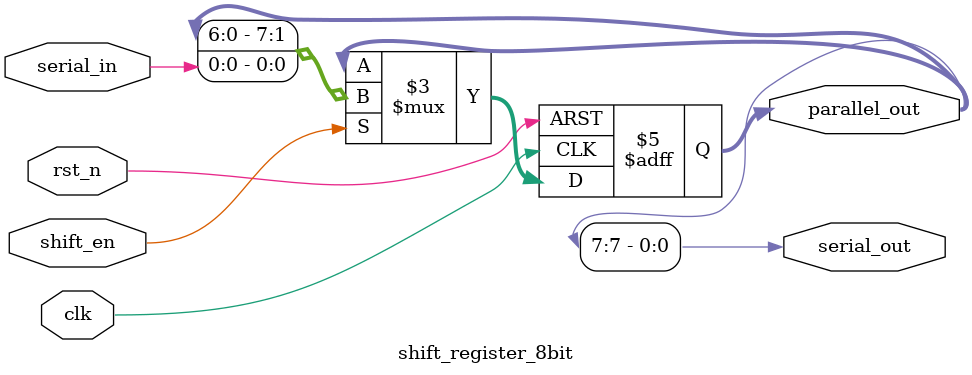
<source format=v>
module shift_register_8bit (
    input wire clk,
    input wire rst_n,
    input wire shift_en,
    input wire serial_in,
    output reg [7:0] parallel_out,
    output wire serial_out
);

    always @(posedge clk or negedge rst_n) begin
        if (!rst_n) begin
            parallel_out <= 8'b0;
        end else if (shift_en) begin
            parallel_out <= {parallel_out[6:0], serial_in};
        end
    end
    
    assign serial_out = parallel_out[7];

endmodule
</source>
